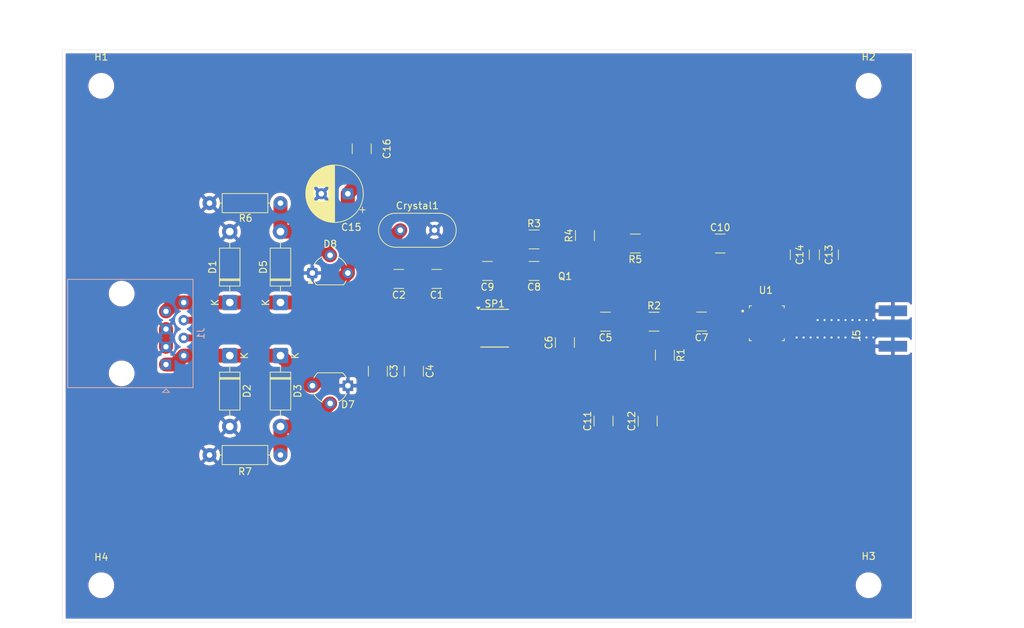
<source format=kicad_pcb>
(kicad_pcb (version 20241229) (generator "pcbnew") (generator_version "9.0")
  (layers (0 "F.Cu" signal) (2 "B.Cu" signal) (13 "F.Paste" user) (15 "B.Paste" user) (5 "F.SilkS" user "F.Silkscreen") (7 "B.SilkS" user "B.Silkscreen") (1 "F.Mask" user) (3 "B.Mask" user) (25 "Edge.Cuts" user))
  (net 0 "")
  (net 1 "+12V")
  (net 2 "GND")
  (net 3 "+5V")
  (net 4 "Net-(D3-A)")
  (net 5 "Net-(D5-A)")
  (net 8 "Net-(SP1-Crystal)")
  (net 13 "Net-(C5-Pad2)")
  (net 14 "Net-(SP1-Crystal_Cap)")
  (net 15 "Net-(SP1-SCL)")
  (net 16 "Net-(SP1-SDA)")
  (net 17 "Net-(C6-Pad2)")
  (net 18 "Net-(SP1-Charge_Pump)")
  (net 19 "Net-(U1-RFOUT)")
  (net 30 "Net-(U1-VTUNE)")
  (net 44 "Net-(U1-RFOUT{slash}4)")
  (net 47 "Net-(C8-Pad1)")
  (net 48 "Net-(SP1-Drive)")
  (net 49 "Net-(C5-Pad1)")
  (net 50 "Net-(C7-Pad2)")
  (net 51 "Net-(C8-Pad2)")
  (footprint "Capacitor_SMD:C_1210_3225Metric_Pad1.33x2.70mm_HandSolder" (layer "F.Cu") (at 143.1544 110.3376 -90)
    (property "Reference" "C4" (at 0 -2.3 90) (layer "F.SilkS"))
    (property "Value" "1n")
    (pad "1" smd roundrect (at -1.5625 0 270) (size 1.325 2.7) (layers "F.Cu" "F.Mask" "F.Paste") (roundrect_rratio 0.188679) (net 3 "+5V"))
    (pad "2" smd roundrect (at 1.5625 0 270) (size 1.325 2.7) (layers "F.Cu" "F.Mask" "F.Paste") (roundrect_rratio 0.188679) (net 2 "GND"))
  )
  (footprint "MountingHole:MountingHole_3.2mm_M3" (layer "F.Cu") (at 208.3054 141.0208)
    (property "Reference" "H3" (at 0 -4.15 0) (layer "F.SilkS"))
    (property "Value" "MountingHole")
    (pad "" np_thru_hole circle (at 0 0) (size 3.2 3.2) (drill 3.2) (layers "*.Cu" "*.Mask"))
  )
  (footprint "CONSMA006.062-G:TE_CONSMA006.062-G" (layer "F.Cu") (at 213.8202 104.2129 90)
    (property "Reference" "J5" (at -1.025 -7.215 90) (layer "F.SilkS"))
    (property "Value" "CONSMA006.062-G")
    (pad "1" smd rect (at 0 -2.03 90) (size 1.52 4.06) (layers "F.Cu" "F.Mask" "F.Paste") (net 19 "Net-(U1-RFOUT)"))
    (pad "2" smd rect (at -2.54 -2.03 90) (size 1.52 4.06) (layers "F.Cu" "F.Mask" "F.Paste") (net 2 "GND"))
    (pad "3" smd rect (at 2.54 -2.03 90) (size 1.52 4.06) (layers "F.Cu" "F.Mask" "F.Paste") (net 2 "GND"))
    (pad "4" smd rect (at -2.54 -2.03 90) (size 1.52 4.06) (layers "B.Cu" "B.Mask" "B.Paste") (net 2 "GND"))
    (pad "5" smd rect (at 2.54 -2.03 90) (size 1.52 4.06) (layers "B.Cu" "B.Mask" "B.Paste") (net 2 "GND"))
  )
  (footprint "Diode_THT:D_DO-41_SOD81_P10.16mm_Horizontal" (layer "F.Cu") (at 124.0456 100.4824 90)
    (property "Reference" "D5" (at 5.08 -2.47 90) (layer "F.SilkS"))
    (property "Value" "12V")
    (fp_text user "K" (at 0 -2.1 90) (layer "F.SilkS"))
    (pad "1" thru_hole roundrect (at 0 0 90) (size 2.2 2.2) (drill 1.1) (layers "*.Cu" "*.Mask") (roundrect_rratio 0.113636) (net 1 "+12V"))
    (pad "2" thru_hole circle (at 10.16 0 90) (size 2.2 2.2) (drill 1.1) (layers "*.Cu" "*.Mask") (net 5 "Net-(D5-A)"))
  )
  (footprint "Resistor_THT:R_Axial_DIN0207_L6.3mm_D2.5mm_P10.16mm_Horizontal" (layer "F.Cu") (at 124.0456 86.233 180)
    (property "Reference" "R6" (at 4.9958 -2.159 0) (layer "F.SilkS"))
    (property "Value" "100")
    (pad "1" thru_hole circle (at 0 0 180) (size 2 2) (drill 0.8) (layers "*.Cu" "*.Mask") (net 5 "Net-(D5-A)"))
    (pad "2" thru_hole circle (at 10.16 0 180) (size 2 2) (drill 0.8) (layers "*.Cu" "*.Mask") (net 2 "GND"))
  )
  (footprint "QFN50P500X500X100-33N:QFN50P500X500X100-33N" (layer "F.Cu") (at 193.7258 103.4629)
    (property "Reference" "U1" (at -0.135 -4.74 0) (layer "F.SilkS"))
    (property "Value" "~")
    (pad "1" smd roundrect (at -2.45 -1.75) (size 0.81 0.26) (layers "F.Cu" "F.Mask" "F.Paste") (roundrect_rratio 0.125))
    (pad "2" smd roundrect (at -2.45 -1.25) (size 0.81 0.26) (layers "F.Cu" "F.Mask" "F.Paste") (roundrect_rratio 0.125))
    (pad "3" smd roundrect (at -2.45 -0.75) (size 0.81 0.26) (layers "F.Cu" "F.Mask" "F.Paste") (roundrect_rratio 0.125))
    (pad "4" smd roundrect (at -2.45 -0.25) (size 0.81 0.26) (layers "F.Cu" "F.Mask" "F.Paste") (roundrect_rratio 0.125) (net 44 "Net-(U1-RFOUT{slash}4)"))
    (pad "5" smd roundrect (at -2.45 0.25) (size 0.81 0.26) (layers "F.Cu" "F.Mask" "F.Paste") (roundrect_rratio 0.125) (net 2 "GND"))
    (pad "6" smd roundrect (at -2.45 0.75) (size 0.81 0.26) (layers "F.Cu" "F.Mask" "F.Paste") (roundrect_rratio 0.125) (net 3 "+5V"))
    (pad "7" smd roundrect (at -2.45 1.25) (size 0.81 0.26) (layers "F.Cu" "F.Mask" "F.Paste") (roundrect_rratio 0.125))
    (pad "8" smd roundrect (at -2.45 1.75) (size 0.81 0.26) (layers "F.Cu" "F.Mask" "F.Paste") (roundrect_rratio 0.125))
    (pad "9" smd roundrect (at -1.75 2.45) (size 0.26 0.81) (layers "F.Cu" "F.Mask" "F.Paste") (roundrect_rratio 0.125))
    (pad "10" smd roundrect (at -1.25 2.45) (size 0.26 0.81) (layers "F.Cu" "F.Mask" "F.Paste") (roundrect_rratio 0.125))
    (pad "11" smd roundrect (at -0.75 2.45) (size 0.26 0.81) (layers "F.Cu" "F.Mask" "F.Paste") (roundrect_rratio 0.125) (net 2 "GND"))
    (pad "12" smd roundrect (at -0.25 2.45) (size 0.26 0.81) (layers "F.Cu" "F.Mask" "F.Paste") (roundrect_rratio 0.125))
    (pad "13" smd roundrect (at 0.25 2.45) (size 0.26 0.81) (layers "F.Cu" "F.Mask" "F.Paste") (roundrect_rratio 0.125))
    (pad "14" smd roundrect (at 0.75 2.45) (size 0.26 0.81) (layers "F.Cu" "F.Mask" "F.Paste") (roundrect_rratio 0.125))
    (pad "15" smd roundrect (at 1.25 2.45) (size 0.26 0.81) (layers "F.Cu" "F.Mask" "F.Paste") (roundrect_rratio 0.125))
    (pad "16" smd roundrect (at 1.75 2.45) (size 0.26 0.81) (layers "F.Cu" "F.Mask" "F.Paste") (roundrect_rratio 0.125))
    (pad "17" smd roundrect (at 2.45 1.75) (size 0.81 0.26) (layers "F.Cu" "F.Mask" "F.Paste") (roundrect_rratio 0.125))
    (pad "18" smd roundrect (at 2.45 1.25) (size 0.81 0.26) (layers "F.Cu" "F.Mask" "F.Paste") (roundrect_rratio 0.125))
    (pad "19" smd roundrect (at 2.45 0.75) (size 0.81 0.26) (layers "F.Cu" "F.Mask" "F.Paste") (roundrect_rratio 0.125) (net 19 "Net-(U1-RFOUT)"))
    (pad "20" smd roundrect (at 2.45 0.25) (size 0.81 0.26) (layers "F.Cu" "F.Mask" "F.Paste") (roundrect_rratio 0.125))
    (pad "21" smd roundrect (at 2.45 -0.25) (size 0.81 0.26) (layers "F.Cu" "F.Mask" "F.Paste") (roundrect_rratio 0.125) (net 3 "+5V"))
    (pad "22" smd roundrect (at 2.45 -0.75) (size 0.81 0.26) (layers "F.Cu" "F.Mask" "F.Paste") (roundrect_rratio 0.125))
    (pad "23" smd roundrect (at 2.45 -1.25) (size 0.81 0.26) (layers "F.Cu" "F.Mask" "F.Paste") (roundrect_rratio 0.125))
    (pad "24" smd roundrect (at 2.45 -1.75) (size 0.81 0.26) (layers "F.Cu" "F.Mask" "F.Paste") (roundrect_rratio 0.125))
    (pad "25" smd roundrect (at 1.75 -2.45) (size 0.26 0.81) (layers "F.Cu" "F.Mask" "F.Paste") (roundrect_rratio 0.125))
    (pad "26" smd roundrect (at 1.25 -2.45) (size 0.26 0.81) (layers "F.Cu" "F.Mask" "F.Paste") (roundrect_rratio 0.125))
    (pad "27" smd roundrect (at 0.75 -2.45) (size 0.26 0.81) (layers "F.Cu" "F.Mask" "F.Paste") (roundrect_rratio 0.125))
    (pad "28" smd roundrect (at 0.25 -2.45) (size 0.26 0.81) (layers "F.Cu" "F.Mask" "F.Paste") (roundrect_rratio 0.125))
    (pad "29" smd roundrect (at -0.25 -2.45) (size 0.26 0.81) (layers "F.Cu" "F.Mask" "F.Paste") (roundrect_rratio 0.125) (net 30 "Net-(U1-VTUNE)"))
    (pad "30" smd roundrect (at -0.75 -2.45) (size 0.26 0.81) (layers "F.Cu" "F.Mask" "F.Paste") (roundrect_rratio 0.125))
    (pad "31" smd roundrect (at -1.25 -2.45) (size 0.26 0.81) (layers "F.Cu" "F.Mask" "F.Paste") (roundrect_rratio 0.125))
    (pad "32" smd roundrect (at -1.75 -2.45) (size 0.26 0.81) (layers "F.Cu" "F.Mask" "F.Paste") (roundrect_rratio 0.125))
    (pad "33" smd rect (at 0 0) (size 3.1 3.1) (layers "F.Cu" "F.Mask") (net 2 "GND"))
  )
  (footprint "Capacitor_SMD:C_1210_3225Metric_Pad1.33x2.70mm_HandSolder" (layer "F.Cu") (at 153.6993 95.9612 180)
    (property "Reference" "C9" (at 0 -2.3 0) (layer "F.SilkS"))
    (property "Value" "47n")
    (pad "1" smd roundrect (at -1.5625 0 180) (size 1.325 2.7) (layers "F.Cu" "F.Mask" "F.Paste") (roundrect_rratio 0.188679) (net 51 "Net-(C8-Pad2)"))
    (pad "2" smd roundrect (at 1.5625 0 180) (size 1.325 2.7) (layers "F.Cu" "F.Mask" "F.Paste") (roundrect_rratio 0.188679) (net 18 "Net-(SP1-Charge_Pump)"))
  )
  (footprint "Resistor_SMD:R_1210_3225Metric_Pad1.30x2.65mm_HandSolder" (layer "F.Cu") (at 160.3756 91.44)
    (property "Reference" "R3" (at 0 -2.28 0) (layer "F.SilkS"))
    (property "Value" "7.5k")
    (pad "1" smd roundrect (at -1.55 0) (size 1.3 2.65) (layers "F.Cu" "F.Mask" "F.Paste") (roundrect_rratio 0.192308) (net 51 "Net-(C8-Pad2)"))
    (pad "2" smd roundrect (at 1.55 0) (size 1.3 2.65) (layers "F.Cu" "F.Mask" "F.Paste") (roundrect_rratio 0.192308) (net 47 "Net-(C8-Pad1)"))
  )
  (footprint "Diode_THT:D_DO-41_SOD81_P10.16mm_Horizontal" (layer "F.Cu") (at 116.7812 100.4824 90)
    (property "Reference" "D1" (at 5.08 -2.47 90) (layer "F.SilkS"))
    (property "Value" "1N4007")
    (fp_text user "K" (at 0 -2.1 90) (layer "F.SilkS"))
    (pad "1" thru_hole roundrect (at 0 0 90) (size 2.2 2.2) (drill 1.1) (layers "*.Cu" "*.Mask") (roundrect_rratio 0.113636) (net 1 "+12V"))
    (pad "2" thru_hole circle (at 10.16 0 90) (size 2.2 2.2) (drill 1.1) (layers "*.Cu" "*.Mask") (net 2 "GND"))
  )
  (footprint "Capacitor_SMD:C_1210_3225Metric_Pad1.33x2.70mm_HandSolder" (layer "F.Cu") (at 198.4502 93.6367 90)
    (property "Reference" "C14" (at 0 0 90) (layer "F.SilkS"))
    (property "Value" "2.2u")
    (pad "1" smd roundrect (at -1.5625 0 90) (size 1.325 2.7) (layers "F.Cu" "F.Mask" "F.Paste") (roundrect_rratio 0.188679) (net 3 "+5V"))
    (pad "2" smd roundrect (at 1.5625 0 90) (size 1.325 2.7) (layers "F.Cu" "F.Mask" "F.Paste") (roundrect_rratio 0.188679) (net 2 "GND"))
  )
  (footprint "Capacitor_SMD:C_1210_3225Metric_Pad1.33x2.70mm_HandSolder" (layer "F.Cu") (at 160.3756 95.9612 180)
    (property "Reference" "C8" (at 0 -2.3 0) (layer "F.SilkS"))
    (property "Value" "10n")
    (pad "1" smd roundrect (at -1.5625 0 180) (size 1.325 2.7) (layers "F.Cu" "F.Mask" "F.Paste") (roundrect_rratio 0.188679) (net 47 "Net-(C8-Pad1)"))
    (pad "2" smd roundrect (at 1.5625 0 180) (size 1.325 2.7) (layers "F.Cu" "F.Mask" "F.Paste") (roundrect_rratio 0.188679) (net 51 "Net-(C8-Pad2)"))
  )
  (footprint "Resistor_SMD:R_1210_3225Metric_Pad1.30x2.65mm_HandSolder" (layer "F.Cu") (at 167.6654 90.8812 90)
    (property "Reference" "R4" (at 0 -2.28 90) (layer "F.SilkS"))
    (property "Value" "22k")
    (pad "1" smd roundrect (at -1.55 -0.0098 90) (size 1.3 2.65) (layers "F.Cu" "F.Mask" "F.Paste") (roundrect_rratio 0.192308) (net 47 "Net-(C8-Pad1)"))
    (pad "2" smd roundrect (at 1.55 0 90) (size 1.3 2.65) (layers "F.Cu" "F.Mask" "F.Paste") (roundrect_rratio 0.192308) (net 1 "+12V"))
  )
  (footprint "Capacitor_SMD:C_1210_3225Metric_Pad1.33x2.70mm_HandSolder" (layer "F.Cu") (at 184.3786 103.2129 180)
    (property "Reference" "C7" (at 0 -2.3 0) (layer "F.SilkS"))
    (property "Value" "1n")
    (pad "1" smd roundrect (at -1.5625 0 180) (size 1.325 2.7) (layers "F.Cu" "F.Mask" "F.Paste") (roundrect_rratio 0.188679) (net 44 "Net-(U1-RFOUT{slash}4)"))
    (pad "2" smd roundrect (at 1.5625 0 180) (size 1.325 2.7) (layers "F.Cu" "F.Mask" "F.Paste") (roundrect_rratio 0.188679) (net 50 "Net-(C7-Pad2)"))
  )
  (footprint "Resistor_SMD:R_1210_3225Metric_Pad1.30x2.65mm_HandSolder" (layer "F.Cu") (at 179.1214 108.0268 -90)
    (property "Reference" "R1" (at 0 -2.28 90) (layer "F.SilkS"))
    (property "Value" "68")
    (pad "1" smd roundrect (at -1.55 0 270) (size 1.3 2.65) (layers "F.Cu" "F.Mask" "F.Paste") (roundrect_rratio 0.192308) (net 50 "Net-(C7-Pad2)"))
    (pad "2" smd roundrect (at 1.55 0 270) (size 1.3 2.65) (layers "F.Cu" "F.Mask" "F.Paste") (roundrect_rratio 0.192308) (net 2 "GND"))
  )
  (footprint "Capacitor_SMD:C_1210_3225Metric_Pad1.33x2.70mm_HandSolder" (layer "F.Cu") (at 170.3324 117.4873 90)
    (property "Reference" "C11" (at 0 -2.3 90) (layer "F.SilkS"))
    (property "Value" "2.2u")
    (pad "1" smd roundrect (at -1.5625 0 90) (size 1.325 2.7) (layers "F.Cu" "F.Mask" "F.Paste") (roundrect_rratio 0.188679) (net 2 "GND"))
    (pad "2" smd roundrect (at 1.5625 0 90) (size 1.325 2.7) (layers "F.Cu" "F.Mask" "F.Paste") (roundrect_rratio 0.188679) (net 3 "+5V"))
  )
  (footprint "Package_TO_SOT_THT:TO-92_Wide" (layer "F.Cu") (at 133.7056 112.4124 180)
    (property "Reference" "D7" (at 0 -2.7004 0) (layer "F.SilkS"))
    (property "Value" "Q_SCR_KGA")
    (pad "1" thru_hole rect (at 0 0 180) (size 1.5 1.5) (drill 0.8) (layers "*.Cu" "*.Mask") (net 2 "GND"))
    (pad "2" thru_hole circle (at 2.54 -2.54 180) (size 1.5 1.5) (drill 0.8) (layers "*.Cu" "*.Mask") (net 4 "Net-(D3-A)"))
    (pad "3" thru_hole circle (at 5.08 0 180) (size 1.5 1.5) (drill 0.8) (layers "*.Cu" "*.Mask") (net 3 "+5V"))
  )
  (footprint "Capacitor_THT:CP_Radial_D8.0mm_P3.80mm" (layer "F.Cu") (at 133.6956 84.8868 180)
    (property "Reference" "C15" (at -0.4926 -4.8006 0) (layer "F.SilkS"))
    (property "Value" "4.7u")
    (pad "1" thru_hole roundrect (at 0 0 180) (size 1.6 1.6) (drill 0.8) (layers "*.Cu" "*.Mask") (roundrect_rratio 0.15625) (net 1 "+12V"))
    (pad "2" thru_hole circle (at 3.8 0 180) (size 1.6 1.6) (drill 0.8) (layers "*.Cu" "*.Mask") (net 2 "GND"))
  )
  (footprint "Capacitor_SMD:C_1210_3225Metric_Pad1.33x2.70mm_HandSolder" (layer "F.Cu") (at 141.0085 97.1042 180)
    (property "Reference" "C2" (at 0 -2.3 0) (layer "F.SilkS"))
    (property "Value" "150p")
    (pad "1" smd roundrect (at -1.5625 0 180) (size 1.325 2.7) (layers "F.Cu" "F.Mask" "F.Paste") (roundrect_rratio 0.188679) (net 14 "Net-(SP1-Crystal_Cap)"))
    (pad "2" smd roundrect (at 1.5625 0 180) (size 1.325 2.7) (layers "F.Cu" "F.Mask" "F.Paste") (roundrect_rratio 0.188679) (net 8 "Net-(SP1-Crystal)"))
  )
  (footprint "Package_TO_SOT_THT:TO-92L_Wide" (layer "F.Cu") (at 128.6156 96.2524)
    (property "Reference" "D8" (at 2.55 -4.15 0) (layer "F.SilkS"))
    (property "Value" "Q_SCR_KGA")
    (pad "1" thru_hole roundrect (at 0 0) (size 1.5 1.5) (drill 0.8) (layers "*.Cu" "*.Mask") (roundrect_rratio 0.1666666667) (net 2 "GND"))
    (pad "2" thru_hole circle (at 2.54 -2.54) (size 1.5 1.5) (drill 0.8) (layers "*.Cu" "*.Mask") (net 5 "Net-(D5-A)"))
    (pad "3" thru_hole circle (at 5.08 0) (size 1.5 1.5) (drill 0.8) (layers "*.Cu" "*.Mask") (net 1 "+12V"))
  )
  (footprint "Capacitor_SMD:C_1210_3225Metric_Pad1.33x2.70mm_HandSolder" (layer "F.Cu") (at 176.657 117.4873 90)
    (property "Reference" "C12" (at 0 -2.3 90) (layer "F.SilkS"))
    (property "Value" "100p")
    (pad "1" smd roundrect (at -1.5625 0 90) (size 1.325 2.7) (layers "F.Cu" "F.Mask" "F.Paste") (roundrect_rratio 0.188679) (net 2 "GND"))
    (pad "2" smd roundrect (at 1.5625 0 90) (size 1.325 2.7) (layers "F.Cu" "F.Mask" "F.Paste") (roundrect_rratio 0.188679) (net 3 "+5V"))
  )
  (footprint "Capacitor_SMD:C_1210_3225Metric_Pad1.33x2.70mm_HandSolder" (layer "F.Cu") (at 135.6868 78.4475 90)
    (property "Reference" "C16" (at 0 3.6068 90) (layer "F.SilkS"))
    (property "Value" "100n")
    (pad "1" smd roundrect (at -1.5625 0 90) (size 1.325 2.7) (layers "F.Cu" "F.Mask" "F.Paste") (roundrect_rratio 0.188679) (net 1 "+12V"))
    (pad "2" smd roundrect (at 1.5625 0 90) (size 1.325 2.7) (layers "F.Cu" "F.Mask" "F.Paste") (roundrect_rratio 0.188679) (net 2 "GND"))
  )
  (footprint "Capacitor_SMD:C_1210_3225Metric_Pad1.33x2.70mm_HandSolder" (layer "F.Cu") (at 146.431 97.1042 180)
    (property "Reference" "C1" (at 0 -2.3 0) (layer "F.SilkS"))
    (property "Value" "68p")
    (pad "1" smd roundrect (at -1.5625 0 180) (size 1.325 2.7) (layers "F.Cu" "F.Mask" "F.Paste") (roundrect_rratio 0.188679) (net 2 "GND"))
    (pad "2" smd roundrect (at 1.5625 0 180) (size 1.325 2.7) (layers "F.Cu" "F.Mask" "F.Paste") (roundrect_rratio 0.188679) (net 14 "Net-(SP1-Crystal_Cap)"))
  )
  (footprint "Capacitor_SMD:C_1210_3225Metric_Pad1.33x2.70mm_HandSolder" (layer "F.Cu") (at 137.9982 110.3376 -90)
    (property "Reference" "C3" (at 0 -2.3 90) (layer "F.SilkS"))
    (property "Value" "100p")
    (pad "1" smd roundrect (at -1.5625 0 270) (size 1.325 2.7) (layers "F.Cu" "F.Mask" "F.Paste") (roundrect_rratio 0.188679) (net 3 "+5V"))
    (pad "2" smd roundrect (at 1.5625 0 270) (size 1.325 2.7) (layers "F.Cu" "F.Mask" "F.Paste") (roundrect_rratio 0.188679) (net 2 "GND"))
  )
  (footprint "Capacitor_SMD:C_1210_3225Metric_Pad1.33x2.70mm_HandSolder" (layer "F.Cu") (at 164.7952 106.2228 90)
    (property "Reference" "C6" (at 0 -2.3 90) (layer "F.SilkS"))
    (property "Value" "1n")
    (pad "1" smd roundrect (at -1.5625 0 90) (size 1.325 2.7) (layers "F.Cu" "F.Mask" "F.Paste") (roundrect_rratio 0.188679) (net 2 "GND"))
    (pad "2" smd roundrect (at 1.5625 0 90) (size 1.325 2.7) (layers "F.Cu" "F.Mask" "F.Paste") (roundrect_rratio 0.188679) (net 17 "Net-(C6-Pad2)"))
  )
  (footprint "MountingHole:MountingHole_3.2mm_M3" (layer "F.Cu") (at 98.3742 69.4182)
    (property "Reference" "H1" (at 0 -4.15 0) (layer "F.SilkS"))
    (property "Value" "MountingHole")
    (pad "" np_thru_hole circle (at 0 0) (size 3.2 3.2) (drill 3.2) (layers "*.Cu" "*.Mask"))
  )
  (footprint "Crystal:Crystal_HC18-U_Vertical" (layer "F.Cu") (at 141.2117 90.1192)
    (property "Reference" "Crystal1" (at 2.45 -3.52 0) (layer "F.SilkS"))
    (property "Value" "4Mhz")
    (pad "1" thru_hole circle (at 0 0) (size 1.5 1.5) (drill 0.8) (layers "*.Cu" "*.Mask") (net 8 "Net-(SP1-Crystal)"))
    (pad "2" thru_hole circle (at 4.9 0) (size 1.5 1.5) (drill 0.8) (layers "*.Cu" "*.Mask") (net 2 "GND"))
  )
  (footprint "Resistor_SMD:R_1210_3225Metric_Pad1.30x2.65mm_HandSolder" (layer "F.Cu") (at 174.879 92.0242 180)
    (property "Reference" "R5" (at 0 -2.28 0) (layer "F.SilkS"))
    (property "Value" "1K")
    (pad "1" smd roundrect (at -1.55 0 180) (size 1.3 2.65) (layers "F.Cu" "F.Mask" "F.Paste") (roundrect_rratio 0.192308) (net 30 "Net-(U1-VTUNE)"))
    (pad "2" smd roundrect (at 1.55 0 180) (size 1.3 2.65) (layers "F.Cu" "F.Mask" "F.Paste") (roundrect_rratio 0.192308) (net 47 "Net-(C8-Pad1)"))
  )
  (footprint "Diode_THT:D_DO-41_SOD81_P10.16mm_Horizontal" (layer "F.Cu") (at 124.0456 108.1024 -90)
    (property "Reference" "D3" (at 5.08 -2.47 90) (layer "F.SilkS"))
    (property "Value" "4.7V")
    (fp_text user "K" (at 0 -2.1 90) (layer "F.SilkS"))
    (pad "1" thru_hole roundrect (at 0 0 270) (size 2.2 2.2) (drill 1.1) (layers "*.Cu" "*.Mask") (roundrect_rratio 0.113636) (net 3 "+5V"))
    (pad "2" thru_hole circle (at 10.16 0 270) (size 2.2 2.2) (drill 1.1) (layers "*.Cu" "*.Mask") (net 4 "Net-(D3-A)"))
  )
  (footprint "BCW31_:SOT23-BEC" (layer "F.Cu") (at 167.6654 96.858)
    (property "Reference" "Q1" (at -2.8448 -0.1348 0) (layer "F.SilkS"))
    (property "Value" "BCW31_")
    (pad "B" smd rect (at -0.95 1.1) (size 1 1.4) (layers "F.Cu" "F.Mask" "F.Paste") (net 48 "Net-(SP1-Drive)"))
    (pad "C" smd rect (at 0 -1.1) (size 1 1.4) (layers "F.Cu" "F.Mask" "F.Paste") (net 47 "Net-(C8-Pad1)"))
    (pad "E" smd rect (at 0.95 1.1) (size 1 1.4) (layers "F.Cu" "F.Mask" "F.Paste") (net 2 "GND"))
  )
  (footprint "Capacitor_SMD:C_1210_3225Metric_Pad1.33x2.70mm_HandSolder" (layer "F.Cu") (at 170.6118 103.2256 180)
    (property "Reference" "C5" (at 0 -2.3 0) (layer "F.SilkS"))
    (property "Value" "1n")
    (pad "1" smd roundrect (at -1.5625 0 180) (size 1.325 2.7) (layers "F.Cu" "F.Mask" "F.Paste") (roundrect_rratio 0.188679) (net 49 "Net-(C5-Pad1)"))
    (pad "2" smd roundrect (at 1.5625 0 180) (size 1.325 2.7) (layers "F.Cu" "F.Mask" "F.Paste") (roundrect_rratio 0.188679) (net 13 "Net-(C5-Pad2)"))
  )
  (footprint "Capacitor_SMD:C_1210_3225Metric_Pad1.33x2.70mm_HandSolder" (layer "F.Cu") (at 187.0456 92.0242)
    (property "Reference" "C10" (at 0 -2.3 0) (layer "F.SilkS"))
    (property "Value" "2.2n")
    (pad "1" smd roundrect (at -1.5625 0) (size 1.325 2.7) (layers "F.Cu" "F.Mask" "F.Paste") (roundrect_rratio 0.188679) (net 30 "Net-(U1-VTUNE)"))
    (pad "2" smd roundrect (at 1.5625 0) (size 1.325 2.7) (layers "F.Cu" "F.Mask" "F.Paste") (roundrect_rratio 0.188679) (net 2 "GND"))
  )
  (footprint "MountingHole:MountingHole_3.2mm_M3" (layer "F.Cu") (at 208.3054 69.4182)
    (property "Reference" "H2" (at 0 -4.15 0) (layer "F.SilkS"))
    (property "Value" "MountingHole")
    (pad "" np_thru_hole circle (at 0 0) (size 3.2 3.2) (drill 3.2) (layers "*.Cu" "*.Mask"))
  )
  (footprint "Capacitor_SMD:C_1210_3225Metric_Pad1.33x2.70mm_HandSolder" (layer "F.Cu") (at 202.6158 93.6367 90)
    (property "Reference" "C13" (at 0 0 90) (layer "F.SilkS"))
    (property "Value" "100p")
    (pad "1" smd roundrect (at -1.5625 0 90) (size 1.325 2.7) (layers "F.Cu" "F.Mask" "F.Paste") (roundrect_rratio 0.188679) (net 3 "+5V"))
    (pad "2" smd roundrect (at 1.5625 0 90) (size 1.325 2.7) (layers "F.Cu" "F.Mask" "F.Paste") (roundrect_rratio 0.188679) (net 2 "GND"))
  )
  (footprint "MountingHole:MountingHole_3.2mm_M3" (layer "F.Cu") (at 98.3742 141.1478)
    (property "Reference" "H4" (at 0 -4.15 0) (layer "F.SilkS"))
    (property "Value" "MountingHole")
    (pad "" np_thru_hole circle (at 0 -0.127) (size 3.2 3.2) (drill 3.2) (layers "*.Cu" "*.Mask"))
  )
  (footprint "Resistor_THT:R_Axial_DIN0207_L6.3mm_D2.5mm_P10.16mm_Horizontal" (layer "F.Cu") (at 124.0456 122.3518 180)
    (property "Reference" "R7" (at 5.08 -2.37 0) (layer "F.SilkS"))
    (property "Value" "100")
    (pad "1" thru_hole circle (at 0 0 180) (size 2 2) (drill 0.8) (layers "*.Cu" "*.Mask") (net 4 "Net-(D3-A)"))
    (pad "2" thru_hole circle (at 10.16 0 180) (size 2 2) (drill 0.8) (layers "*.Cu" "*.Mask") (net 2 "GND"))
  )
  (footprint "Package_SO:SSOP-16_3.9x4.9mm_P0.635mm" (layer "F.Cu") (at 154.7368 104.1654)
    (property "Reference" "SP1" (at 0 -3.5 0) (layer "F.SilkS"))
    (property "Value" "~")
    (pad "1" smd rect (at -2.6 -2.2225) (size 1.2 0.4) (layers "F.Cu" "F.Mask" "F.Paste") (net 18 "Net-(SP1-Charge_Pump)"))
    (pad "2" smd rect (at -2.6 -1.5875) (size 1.2 0.4) (layers "F.Cu" "F.Mask" "F.Paste") (net 14 "Net-(SP1-Crystal_Cap)"))
    (pad "3" smd rect (at -2.6 -0.9525) (size 1.2 0.4) (layers "F.Cu" "F.Mask" "F.Paste") (net 8 "Net-(SP1-Crystal)"))
    (pad "4" smd rect (at -2.6 -0.3175) (size 1.2 0.4) (layers "F.Cu" "F.Mask" "F.Paste") (net 16 "Net-(SP1-SDA)"))
    (pad "5" smd rect (at -2.6 0.3175) (size 1.2 0.4) (layers "F.Cu" "F.Mask" "F.Paste") (net 15 "Net-(SP1-SCL)"))
    (pad "6" smd rect (at -2.6 0.9525) (size 1.2 0.4) (layers "F.Cu" "F.Mask" "F.Paste"))
    (pad "7" smd rect (at -2.6 1.5875) (size 1.2 0.4) (layers "F.Cu" "F.Mask" "F.Paste"))
    (pad "8" smd rect (at -2.6 2.2225) (size 1.2 0.4) (layers "F.Cu" "F.Mask" "F.Paste"))
    (pad "9" smd rect (at 2.6 2.2225) (size 1.2 0.4) (layers "F.Cu" "F.Mask" "F.Paste"))
    (pad "10" smd rect (at 2.6 1.5875) (size 1.2 0.4) (layers "F.Cu" "F.Mask" "F.Paste"))
    (pad "11" smd rect (at 2.6 0.9525) (size 1.2 0.4) (layers "F.Cu" "F.Mask" "F.Paste"))
    (pad "12" smd rect (at 2.6 0.3175) (size 1.2 0.4) (layers "F.Cu" "F.Mask" "F.Paste") (net 3 "+5V"))
    (pad "13" smd rect (at 2.6 -0.3175) (size 1.2 0.4) (layers "F.Cu" "F.Mask" "F.Paste") (net 17 "Net-(C6-Pad2)"))
    (pad "14" smd rect (at 2.6 -0.9525) (size 1.2 0.4) (layers "F.Cu" "F.Mask" "F.Paste") (net 13 "Net-(C5-Pad2)"))
    (pad "15" smd rect (at 2.6 -1.5875) (size 1.2 0.4) (layers "F.Cu" "F.Mask" "F.Paste") (net 2 "GND"))
    (pad "16" smd rect (at 2.6 -2.2225) (size 1.2 0.4) (layers "F.Cu" "F.Mask" "F.Paste") (net 48 "Net-(SP1-Drive)"))
  )
  (footprint "Resistor_SMD:R_1210_3225Metric_Pad1.30x2.65mm_HandSolder" (layer "F.Cu") (at 177.5714 103.2256)
    (property "Reference" "R2" (at 0 -2.28 0) (layer "F.SilkS"))
    (property "Value" "33")
    (pad "1" smd roundrect (at -1.55 0) (size 1.3 2.65) (layers "F.Cu" "F.Mask" "F.Paste") (roundrect_rratio 0.192308) (net 49 "Net-(C5-Pad1)"))
    (pad "2" smd roundrect (at 1.55 0) (size 1.3 2.65) (layers "F.Cu" "F.Mask" "F.Paste") (roundrect_rratio 0.192308) (net 50 "Net-(C7-Pad2)"))
  )
  (footprint "Diode_THT:D_DO-41_SOD81_P10.16mm_Horizontal" (layer "F.Cu") (at 116.7812 108.1024 -90)
    (property "Reference" "D2" (at 5.08 -2.47 90) (layer "F.SilkS"))
    (property "Value" "1N4007")
    (fp_text user "K" (at 0 -2.1 90) (layer "F.SilkS"))
    (pad "1" thru_hole roundrect (at 0 0 270) (size 2.2 2.2) (drill 1.1) (layers "*.Cu" "*.Mask") (roundrect_rratio 0.113636) (net 3 "+5V"))
    (pad "2" thru_hole circle (at 10.16 0 270) (size 2.2 2.2) (drill 1.1) (layers "*.Cu" "*.Mask") (net 2 "GND"))
  )
  (footprint "Connector_RJ:RJ45_Amphenol_54602-x08_Horizontal" (layer "B.Cu") (at 107.6452 109.3724 90)
    (property "Reference" "J1" (at 4.445 5 90) (layer "B.SilkS") (effects (justify mirror)))
    (property "Value" "RJ45")
    (pad "" np_thru_hole circle (at -1.27 -6.35 90) (size 3.2 3.2) (drill 3.2) (layers "*.Cu" "*.Mask"))
    (pad "" np_thru_hole circle (at 10.16 -6.35 90) (size 3.2 3.2) (drill 3.2) (layers "*.Cu" "*.Mask"))
    (pad "1" thru_hole rect (at 0 0 90) (size 1.5 1.5) (drill 0.76) (layers "*.Cu" "*.Mask") (net 3 "+5V"))
    (pad "2" thru_hole circle (at 1.27 2.54 90) (size 1.5 1.5) (drill 0.76) (layers "*.Cu" "*.Mask") (net 3 "+5V"))
    (pad "3" thru_hole circle (at 2.54 0 90) (size 1.5 1.5) (drill 0.76) (layers "*.Cu" "*.Mask") (net 2 "GND"))
    (pad "4" thru_hole circle (at 3.81 2.54 90) (size 1.5 1.5) (drill 0.76) (layers "*.Cu" "*.Mask") (net 15 "Net-(SP1-SCL)"))
    (pad "5" thru_hole circle (at 5.08 0 90) (size 1.5 1.5) (drill 0.76) (layers "*.Cu" "*.Mask") (net 2 "GND"))
    (pad "6" thru_hole circle (at 6.35 2.54 90) (size 1.5 1.5) (drill 0.76) (layers "*.Cu" "*.Mask") (net 16 "Net-(SP1-SDA)"))
    (pad "7" thru_hole circle (at 7.62 0 90) (size 1.5 1.5) (drill 0.76) (layers "*.Cu" "*.Mask") (net 1 "+12V"))
    (pad "8" thru_hole circle (at 8.89 2.54 90) (size 1.5 1.5) (drill 0.76) (layers "*.Cu" "*.Mask") (net 1 "+12V"))
  )
  (gr_rect (start 92.7862 64.262) (end 215.011 146.304) (stroke (width 0.05)) (fill no) (layer "Edge.Cuts"))
  (segment (start 133.6956 96.2524) (end 129.4656 100.4824) (width 2.000001) (layer "F.Cu") (net 1))
  (segment (start 110.1852 100.4824) (end 116.7812 100.4824) (width 2.000001) (layer "F.Cu") (net 1))
  (segment (start 116.7812 100.4824) (end 124.0456 100.4824) (width 2.000001) (layer "F.Cu") (net 1))
  (segment (start 167.6556 82.2804) (end 167.6654 82.2902) (width 2.000001) (layer "F.Cu") (net 1))
  (segment (start 165.4048 80.01) (end 167.6654 82.2706) (width 2.000001) (layer "F.Cu") (net 1))
  (segment (start 135.6868 80.01) (end 135.6868 82.8956) (width 2.000001) (layer "F.Cu") (net 1))
  (segment (start 135.6868 80.01) (end 165.4048 80.01) (width 2.000001) (layer "F.Cu") (net 1))
  (segment (start 167.6654 82.2706) (end 167.6556 82.2804) (width 2.000001) (layer "F.Cu") (net 1))
  (segment (start 110.1852 100.4824) (end 108.9152 100.4824) (width 2.000001) (layer "F.Cu") (net 1))
  (segment (start 108.9152 100.4824) (end 107.6452 101.7524) (width 2.000001) (layer "F.Cu") (net 1))
  (segment (start 167.6654 82.2902) (end 167.6654 89.3312) (width 2.000001) (layer "F.Cu") (net 1))
  (segment (start 129.4656 100.4824) (end 124.0456 100.4824) (width 2.000001) (layer "F.Cu") (net 1))
  (segment (start 135.6868 82.8956) (end 133.6956 84.8868) (width 2.000001) (layer "F.Cu") (net 1))
  (segment (start 133.6956 96.2524) (end 133.6956 84.8868) (width 2.000001) (layer "F.Cu") (net 1))
  (segment (start 107.6452 106.8324) (end 107.6452 104.2924) (width 2.000001) (layer "F.Cu") (net 2))
  (via (at 203 105.5) (size 0.6) (drill 0.3) (layers "F.Cu" "B.Cu") (net 2))
  (via (at 204 103) (size 0.6) (drill 0.3) (layers "F.Cu" "B.Cu") (net 2))
  (via (at 209 105.5) (size 0.6) (drill 0.3) (layers "F.Cu" "B.Cu") (net 2))
  (via (at 209 103) (size 0.6) (drill 0.3) (layers "F.Cu" "B.Cu") (net 2))
  (via (at 206 103) (size 0.6) (drill 0.3) (layers "F.Cu" "B.Cu") (net 2))
  (via (at 207 105.5) (size 0.6) (drill 0.3) (layers "F.Cu" "B.Cu") (net 2))
  (via (at 199 105.5) (size 0.6) (drill 0.3) (layers "F.Cu" "B.Cu") (net 2))
  (via (at 202 103) (size 0.6) (drill 0.3) (layers "F.Cu" "B.Cu") (net 2))
  (via (at 198 105.5) (size 0.6) (drill 0.3) (layers "F.Cu" "B.Cu") (net 2))
  (via (at 208 103) (size 0.6) (drill 0.3) (layers "F.Cu" "B.Cu") (net 2))
  (via (at 201 103) (size 0.6) (drill 0.3) (layers "F.Cu" "B.Cu") (net 2))
  (via (at 203 103) (size 0.6) (drill 0.3) (layers "F.Cu" "B.Cu") (net 2))
  (via (at 201 105.5) (size 0.6) (drill 0.3) (layers "F.Cu" "B.Cu") (net 2))
  (via (at 202 105.5) (size 0.6) (drill 0.3) (layers "F.Cu" "B.Cu") (net 2))
  (via (at 205 103) (size 0.6) (drill 0.3) (layers "F.Cu" "B.Cu") (net 2))
  (via (at 208 105.5) (size 0.6) (drill 0.3) (layers "F.Cu" "B.Cu") (net 2))
  (via (at 207 103) (size 0.6) (drill 0.3) (layers "F.Cu" "B.Cu") (net 2))
  (via (at 200 105.5) (size 0.6) (drill 0.3) (layers "F.Cu" "B.Cu") (net 2))
  (via (at 205 105.5) (size 0.6) (drill 0.3) (layers "F.Cu" "B.Cu") (net 2))
  (via (at 206 105.5) (size 0.6) (drill 0.3) (layers "F.Cu" "B.Cu") (net 2))
  (via (at 204 105.5) (size 0.6) (drill 0.3) (layers "F.Cu" "B.Cu") (net 2))
  (segment (start 190.4779 104.2129) (end 188.3951 104.2129) (width 0.700001) (layer "F.Cu") (net 3))
  (segment (start 116.7812 108.1024) (end 124.0456 108.1024) (width 2.000001) (layer "F.Cu") (net 3))
  (segment (start 188.3951 104.2129) (end 187.2234 105.3846) (width 0.700001) (layer "F.Cu") (net 3))
  (segment (start 198.4502 95.1992) (end 200.5838 95.1992) (width 1.5) (layer "F.Cu") (net 3))
  (segment (start 151.5872 114.4524) (end 152.0952 114.9604) (width 2.000001) (layer "F.Cu") (net 3))
  (segment (start 152.0952 114.9604) (end 155.4226 114.9604) (width 2.000001) (layer "F.Cu") (net 3))
  (segment (start 155.6258 104.9274) (end 155.6258 114.7572) (width 0.399999) (layer "F.Cu") (net 3))
  (segment (start 160.0962 114.7826) (end 159.9184 114.9604) (width 0.399999) (layer "F.Cu") (net 3))
  (segment (start 187.2234 113.4872) (end 185.7502 114.9604) (width 0.700001) (layer "F.Cu") (net 3))
  (segment (start 197.0659 103.2129) (end 197.52 103.2129) (width 0.700001) (layer "F.Cu") (net 3))
  (segment (start 197.52 103.2129) (end 200.5838 100.1491) (width 0.700001) (layer "F.Cu") (net 3))
  (segment (start 185.7502 114.9604) (end 178.689 114.9604) (width 0.700001) (layer "F.Cu") (net 3))
  (segment (start 156.0703 104.4829) (end 155.6258 104.9274) (width 0.399999) (layer "F.Cu") (net 3))
  (segment (start 178.689 114.9604) (end 159.9184 114.9604) (width 2.000001) (layer "F.Cu") (net 3))
  (segment (start 143.1544 108.7751) (end 145.9099 108.7751) (width 2.000001) (layer "F.Cu") (net 3))
  (segment (start 132.2629 108.7751) (end 128.6256 112.4124) (width 2.000001) (layer "F.Cu") (net 3))
  (segment (start 157.3368 104.4829) (end 156.0703 104.4829) (width 0.399999) (layer "F.Cu") (net 3))
  (segment (start 191.2758 104.2129) (end 190.4779 104.2129) (width 0.299999) (layer "F.Cu") (net 3))
  (segment (start 107.6452 109.3724) (end 108.9152 109.3724) (width 2.000001) (layer "F.Cu") (net 3))
  (segment (start 200.5838 95.1992) (end 202.6158 95.1992) (width 1.5) (layer "F.Cu") (net 3))
  (segment (start 196.1758 103.2129) (end 197.0659 103.2129) (width 0.299999) (layer "F.Cu") (net 3))
  (segment (start 137.9982 108.7751) (end 132.2629 108.7751) (width 2.000001) (layer "F.Cu") (net 3))
  (segment (start 187.2234 105.3846) (end 187.2234 113.4872) (width 0.700001) (layer "F.Cu") (net 3))
  (segment (start 155.4226 114.9604) (end 159.9184 114.9604) (width 2.000001) (layer "F.Cu") (net 3))
  (segment (start 108.9152 109.3724) (end 110.1852 108.1024) (width 2.000001) (layer "F.Cu") (net 3))
  (segment (start 145.9099 108.7751) (end 151.5872 114.4524) (width 2.000001) (layer "F.Cu") (net 3))
  (segment (start 110.1852 108.1024) (end 116.7812 108.1024) (width 2.000001) (layer "F.Cu") (net 3))
  (segment (start 143.1544 108.7751) (end 137.9982 108.7751) (width 2.000001) (layer "F.Cu") (net 3))
  (segment (start 128.6256 112.4124) (end 128.3556 112.4124) (width 2.000001) (layer "F.Cu") (net 3))
  (segment (start 200.5838 100.1491) (end 200.5838 95.1992) (width 0.700001) (layer "F.Cu") (net 3))
  (segment (start 155.6258 114.7572) (end 155.4226 114.9604) (width 0.399999) (layer "F.Cu") (net 3))
  (segment (start 128.3556 112.4124) (end 124.0456 108.1024) (width 2.000001) (layer "F.Cu") (net 3))
  (segment (start 124.0456 118.2624) (end 127.8556 118.2624) (width 2.000001) (layer "F.Cu") (net 4))
  (segment (start 127.8556 118.2624) (end 131.1656 114.9524) (width 2.000001) (layer "F.Cu") (net 4))
  (segment (start 124.0456 118.2624) (end 124.0456 122.3518) (width 2.000001) (layer "F.Cu") (net 4))
  (segment (start 127.7656 90.3224) (end 131.1556 93.7124) (width 2.000001) (layer "F.Cu") (net 5))
  (segment (start 124.0456 90.3224) (end 124.0456 86.233) (width 2.000001) (layer "F.Cu") (net 5))
  (segment (start 124.0456 90.3224) (end 127.7656 90.3224) (width 2.000001) (layer "F.Cu") (net 5))
  (segment (start 152.1368 103.2129) (end 140.5509 103.2129) (width 0.399999) (layer "F.Cu") (net 8))
  (segment (start 140.5509 103.2129) (end 139.446 102.108) (width 0.399999) (layer "F.Cu") (net 8))
  (segment (start 139.446 91.8849) (end 141.2117 90.1192) (width 2.000001) (layer "F.Cu") (net 8))
  (segment (start 139.446 102.108) (end 139.446 97.1042) (width 0.399999) (layer "F.Cu") (net 8))
  (segment (start 139.446 97.1042) (end 139.446 91.8849) (width 2.000001) (layer "F.Cu") (net 8))
  (segment (start 169.0493 103.2256) (end 158.776573 103.2256) (width 0.700001) (layer "F.Cu") (net 13))
  (segment (start 157.3368 103.2129) (end 158.763873 103.2129) (width 0.399999) (layer "F.Cu") (net 13))
  (segment (start 158.763873 103.2129) (end 158.776573 103.2256) (width 0.399999) (layer "F.Cu") (net 13))
  (segment (start 143.6624 97.1042) (end 144.8685 97.1042) (width 2.000001) (layer "F.Cu") (net 14))
  (segment (start 143.6624 102.0064) (end 143.6624 97.1042) (width 0.399999) (layer "F.Cu") (net 14))
  (segment (start 144.2339 102.5779) (end 143.6624 102.0064) (width 0.399999) (layer "F.Cu") (net 14))
  (segment (start 152.1368 102.5779) (end 144.2339 102.5779) (width 0.399999) (layer "F.Cu") (net 14))
  (segment (start 142.571 97.1042) (end 143.6624 97.1042) (width 2.000001) (layer "F.Cu") (net 14))
  (segment (start 152.1368 104.4829) (end 137.4775 104.4829) (width 0.399999) (layer "F.Cu") (net 15))
  (segment (start 110.1852 105.5624) (end 136.398 105.5624) (width 1.000001) (layer "F.Cu") (net 15))
  (segment (start 137.4775 104.4829) (end 136.398 105.5624) (width 0.399999) (layer "F.Cu") (net 15))
  (segment (start 152.1368 103.8479) (end 137.4775 103.8479) (width 0.399999) (layer "F.Cu") (net 16))
  (segment (start 110.1852 103.0224) (end 136.3726 103.0224) (width 1.000001) (layer "F.Cu") (net 16))
  (segment (start 137.4775 103.8479) (end 136.652 103.0224) (width 0.399999) (layer "F.Cu") (net 16))
  (segment (start 136.652 103.0224) (end 136.3726 103.0224) (width 0.399999) (layer "F.Cu") (net 16))
  (segment (start 158.3944 103.905501) (end 158.3944 104.3178) (width 0.399999) (layer "F.Cu") (net 17))
  (segment (start 158.7369 104.6603) (end 164.7952 104.6603) (width 0.399999) (layer "F.Cu") (net 17))
  (segment (start 158.3944 104.3178) (end 158.7369 104.6603) (width 0.399999) (layer "F.Cu") (net 17))
  (segment (start 157.3368 103.8479) (end 158.336799 103.8479) (width 0.399999) (layer "F.Cu") (net 17))
  (segment (start 158.336799 103.8479) (end 158.3944 103.905501) (width 0.399999) (layer "F.Cu") (net 17))
  (segment (start 152.1368 95.9612) (end 152.1368 101.4269) (width 1.5) (layer "F.Cu") (net 18))
  (segment (start 198.31 104.2129) (end 196.1758 104.2129) (width 0.299999) (layer "F.Cu") (net 19))
  (segment (start 198.31 104.2129) (end 211.7902 104.2129) (width 1.25) (layer "F.Cu") (net 19))
  (segment (start 193.4718 97.155) (end 193.421 97.1042) (width 0.700001) (layer "F.Cu") (net 30))
  (segment (start 192.2272 96.1136) (end 186.8424 96.1136) (width 0.700001) (layer "F.Cu") (net 30))
  (segment (start 193.4758 100.08) (end 193.4718 100.076) (width 0.299999) (layer "F.Cu") (net 30))
  (segment (start 193.4758 101.0129) (end 193.4758 100.08) (width 0.299999) (layer "F.Cu") (net 30))
  (segment (start 193.421 97.1042) (end 192.4304 96.1136) (width 0.700001) (layer "F.Cu") (net 30))
  (segment (start 193.4718 100.076) (end 193.4718 97.155) (width 0.700001) (layer "F.Cu") (net 30))
  (segment (start 186.8424 96.1136) (end 185.4831 94.7543) (width 0.700001) (layer "F.Cu") (net 30))
  (segment (start 185.4831 94.7543) (end 185.4831 92.0242) (width 0.700001) (layer "F.Cu") (net 30))
  (segment (start 192.4304 96.1136) (end 192.2272 96.1136) (width 0.700001) (layer "F.Cu") (net 30))
  (segment (start 176.429 92.0242) (end 185.4831 92.0242) (width 2.000001) (layer "F.Cu") (net 30))
  (segment (start 191.2758 103.2129) (end 190.3603 103.2129) (width 0.299999) (layer "F.Cu") (net 44))
  (segment (start 190.3476 103.2256) (end 190.3349 103.2129) (width 0.700001) (layer "F.Cu") (net 44))
  (segment (start 190.3349 103.2129) (end 185.9411 103.2129) (width 0.700001) (layer "F.Cu") (net 44))
  (segment (start 190.3603 103.2129) (end 190.3476 103.2256) (width 0.299999) (layer "F.Cu") (net 44))
  (segment (start 167.6654 94.5388) (end 167.6654 92.441) (width 1.5) (layer "F.Cu") (net 47))
  (segment (start 167.6654 94.5388) (end 161.9889 94.5388) (width 1.5) (layer "F.Cu") (net 47))
  (segment (start 173.329 92.0242) (end 168.0626 92.0242) (width 2.000001) (layer "F.Cu") (net 47))
  (segment (start 161.9381 95.9612) (end 161.9381 94.488) (width 1.5) (layer "F.Cu") (net 47))
  (segment (start 167.6654 92.441) (end 167.6556 92.4312) (width 1.5) (layer "F.Cu") (net 47))
  (segment (start 161.9381 94.488) (end 161.9381 91.4525) (width 1.5) (layer "F.Cu") (net 47))
  (segment (start 168.0626 92.0242) (end 167.6556 92.4312) (width 2.000001) (layer "F.Cu") (net 47))
  (segment (start 161.9381 91.4525) (end 161.9256 91.44) (width 1.5) (layer "F.Cu") (net 47))
  (segment (start 161.9889 94.5388) (end 161.9381 94.488) (width 1.5) (layer "F.Cu") (net 47))
  (segment (start 167.6654 95.758) (end 167.6654 94.5388) (width 1.5) (layer "F.Cu") (net 47))
  (segment (start 166.7154 97.958) (end 164.6018 97.958) (width 1.000001) (layer "F.Cu") (net 48))
  (segment (start 162.9791 99.5807) (end 162.9791 101.9429) (width 1.000001) (layer "F.Cu") (net 48))
  (segment (start 164.6018 97.958) (end 162.9791 99.5807) (width 1.000001) (layer "F.Cu") (net 48))
  (segment (start 157.3368 101.9429) (end 162.9791 101.9429) (width 0.399999) (layer "F.Cu") (net 48))
  (segment (start 176.0214 103.2256) (end 172.1743 103.2256) (width 0.700001) (layer "F.Cu") (net 49))
  (segment (start 179.1214 103.2256) (end 179.1214 106.4768) (width 0.700001) (layer "F.Cu") (net 50))
  (segment (start 179.1341 103.2129) (end 179.1214 103.2256) (width 0.700001) (layer "F.Cu") (net 50))
  (segment (start 182.8161 103.2129) (end 179.1341 103.2129) (width 0.700001) (layer "F.Cu") (net 50))
  (segment (start 155.2618 95.9612) (end 158.8131 95.9612) (width 1.5) (layer "F.Cu") (net 51))
  (segment (start 158.8131 91.4525) (end 158.8256 91.44) (width 1.5) (layer "F.Cu") (net 51))
  (segment (start 158.8131 95.9612) (end 158.8131 91.4525) (width 1.5) (layer "F.Cu") (net 51))
  (zone (net 2) (net_name "GND") (layer "F.Cu") (connect_pads yes (clearance 0.2)) (min_thickness 0.25) (fill yes (thermal_gap 0.5) (thermal_bridge_width 0.5))
    (polygon (pts (xy 92.1512 63.8556) (xy 215.6714 63.627) (xy 215.6968 146.812) (xy 91.9988 146.7866)))
  )
  (zone (net 2) (net_name "GND") (layer "B.Cu") (priority 1) (connect_pads (clearance 0.5)) (min_thickness 0.25) (fill yes (thermal_gap 0.5) (thermal_bridge_width 0.5))
    (polygon (pts (xy 91.6178 63.3476) (xy 91.4146 147.193) (xy 216.2556 147.193) (xy 216.3826 62.8904)))
  )
)
</source>
